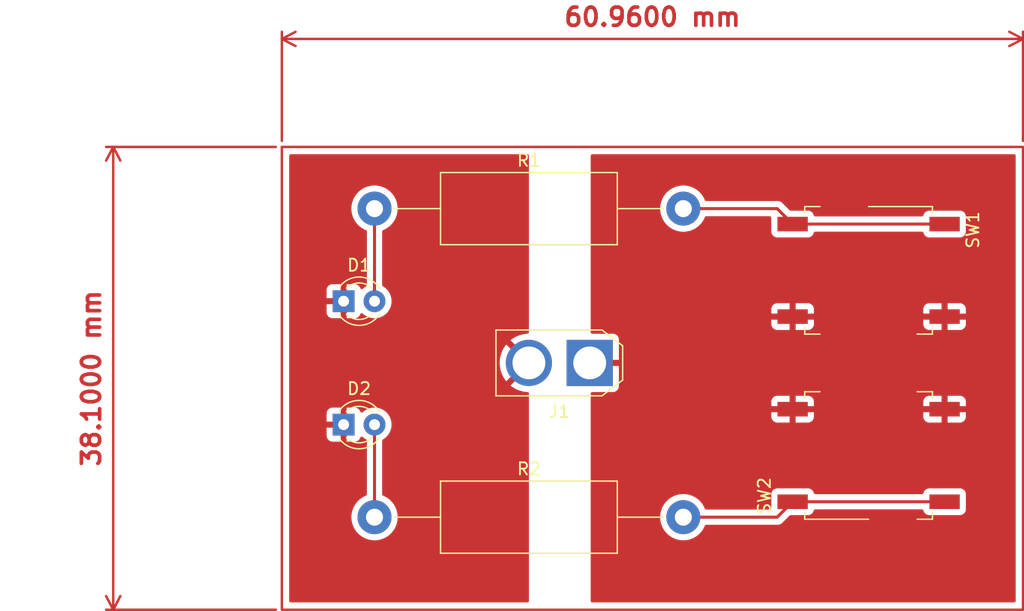
<source format=kicad_pcb>
(kicad_pcb (version 20221018) (generator pcbnew)
  (layers (0 "F.Cu" signal) (31 "B.Cu" signal) (34 "B.Paste" user) (35 "F.Paste" user) (36 "B.SilkS" user "B.Silkscreen") (37 "F.SilkS" user "F.Silkscreen") (38 "B.Mask" user) (39 "F.Mask" user) (44 "Edge.Cuts" user))
  (net 0 "")
  (net 1 "Net-(D1-A)")
  (net 2 "Net-(R1-Pad2)")
  (net 3 "Net-(D2-A)")
  (net 4 "Net-(R2-Pad2)")
  (net 5 "GND")
  (net 6 "+5V")
  (footprint "LED_THT:LED_D3.0mm" (layer "F.Cu") (at 87.53 97.79)
    (fp_text reference "D2" (at 1.27 -2.96) (layer "F.SilkS"))
    (fp_text value "LED" hide)
    (fp_line (start -0.29 -1.236) (end -0.29 -1.08) (stroke (width 0.12)) (layer "F.SilkS"))
    (fp_line (start -0.29 1.08) (end -0.29 1.236) (stroke (width 0.12)) (layer "F.SilkS"))
    (fp_arc (start -0.29 -1.235516) (mid 1.366487 -1.987659) (end 2.942335 -1.078608) (stroke (width 0.12)) (layer "F.SilkS"))
    (fp_arc (start 0.229039 -1.08) (mid 1.270117 -1.5) (end 2.31113 -1.079837) (stroke (width 0.12)) (layer "F.SilkS"))
    (fp_arc (start 2.31113 1.079837) (mid 1.270117 1.5) (end 0.229039 1.08) (stroke (width 0.12)) (layer "F.SilkS"))
    (fp_arc (start 2.942335 1.078608) (mid 1.366487 1.987659) (end -0.29 1.235516) (stroke (width 0.12)) (layer "F.SilkS"))
    (pad "1" thru_hole rect (at 0 0) (size 1.8 1.8) (drill 0.9) (layers "*.Cu" "*.Mask") (net 5 "GND"))
    (pad "2" thru_hole circle (at 2.54 0) (size 1.8 1.8) (drill 0.9) (layers "*.Cu" "*.Mask") (net 3 "Net-(D2-A)"))
  )
  (footprint "Connector_AMASS:AMASS_XT30U-M_1x02_P5.0mm_Vertical" (layer "F.Cu") (at 107.77 92.71 180)
    (fp_text reference "J1" (at 2.5 -4) (layer "F.SilkS"))
    (fp_text value "Conn_01x02_Pin" hide)
    (fp_line (start -2.71 -1.41) (end -2.71 1.41) (stroke (width 0.12)) (layer "F.SilkS"))
    (fp_line (start -2.71 -1.41) (end -1.01 -2.71) (stroke (width 0.12)) (layer "F.SilkS"))
    (fp_line (start -2.71 1.41) (end -1.01 2.71) (stroke (width 0.12)) (layer "F.SilkS"))
    (fp_line (start -1.01 -2.71) (end 7.71 -2.71) (stroke (width 0.12)) (layer "F.SilkS"))
    (fp_line (start -1.01 2.71) (end 7.71 2.71) (stroke (width 0.12)) (layer "F.SilkS"))
    (fp_line (start 7.71 -2.71) (end 7.71 2.71) (stroke (width 0.12)) (layer "F.SilkS"))
    (pad "1" thru_hole rect (at 0 0 180) (size 3.8 3.8) (drill 2.7) (layers "*.Cu" "*.Mask") (net 6 "+5V"))
    (pad "2" thru_hole circle (at 5 0 180) (size 3.8 3.8) (drill 2.7) (layers "*.Cu" "*.Mask") (net 5 "GND"))
  )
  (footprint "Resistor_THT:R_Axial_DIN0614_L14.3mm_D5.7mm_P25.40mm_Horizontal" (layer "F.Cu") (at 90.07 80.01)
    (fp_text reference "R1" (at 12.7 -3.97) (layer "F.SilkS"))
    (fp_text value "470")
    (fp_line (start 1.64 0) (end 5.43 0) (stroke (width 0.12)) (layer "F.SilkS"))
    (fp_line (start 5.43 -2.97) (end 5.43 2.97) (stroke (width 0.12)) (layer "F.SilkS"))
    (fp_line (start 5.43 2.97) (end 19.97 2.97) (stroke (width 0.12)) (layer "F.SilkS"))
    (fp_line (start 19.97 -2.97) (end 5.43 -2.97) (stroke (width 0.12)) (layer "F.SilkS"))
    (fp_line (start 19.97 2.97) (end 19.97 -2.97) (stroke (width 0.12)) (layer "F.SilkS"))
    (fp_line (start 23.76 0) (end 19.97 0) (stroke (width 0.12)) (layer "F.SilkS"))
    (pad "1" thru_hole circle (at 0 0) (size 2.8 2.8) (drill 1.4) (layers "*.Cu" "*.Mask") (net 1 "Net-(D1-A)"))
    (pad "2" thru_hole oval (at 25.4 0) (size 2.8 2.8) (drill 1.4) (layers "*.Cu" "*.Mask") (net 2 "Net-(R1-Pad2)"))
  )
  (footprint "Button_Switch_SMD:SW_MEC_5GSH9" (layer "F.Cu") (at 130.71 85.09 -90)
    (fp_text reference "SW1" (at -3.325 -8.575 90) (layer "F.SilkS"))
    (fp_text value "SW_MEC_5G")
    (fp_line (start -5.25 -5.25) (end -5.25 0) (stroke (width 0.12)) (layer "F.SilkS"))
    (fp_line (start -5.25 5.25) (end -5.25 4) (stroke (width 0.12)) (layer "F.SilkS"))
    (fp_line (start -4.7 -5.25) (end -5.25 -5.25) (stroke (width 0.12)) (layer "F.SilkS"))
    (fp_line (start -4.7 5.25) (end -5.25 5.25) (stroke (width 0.12)) (layer "F.SilkS"))
    (fp_line (start 4.7 -5.25) (end 5.25 -5.25) (stroke (width 0.12)) (layer "F.SilkS"))
    (fp_line (start 4.7 5.25) (end 5.25 5.25) (stroke (width 0.12)) (layer "F.SilkS"))
    (fp_line (start 5.25 -5.25) (end 5.25 -4) (stroke (width 0.12)) (layer "F.SilkS"))
    (fp_line (start 5.25 5.25) (end 5.25 4) (stroke (width 0.12)) (layer "F.SilkS"))
    (pad "1" smd rect (at -3.81 -6.25) (size 2.5 1.2) (layers "F.Cu" "F.Paste" "F.Mask") (net 2 "Net-(R1-Pad2)"))
    (pad "2" smd rect (at -3.81 6.25) (size 2.5 1.2) (layers "F.Cu" "F.Paste" "F.Mask") (net 2 "Net-(R1-Pad2)"))
    (pad "3" smd rect (at 3.81 -6.25) (size 2.5 1.2) (layers "F.Cu" "F.Paste" "F.Mask") (net 6 "+5V"))
    (pad "4" smd rect (at 3.81 6.25) (size 2.5 1.2) (layers "F.Cu" "F.Paste" "F.Mask") (net 6 "+5V"))
  )
  (footprint "Button_Switch_SMD:SW_MEC_5GSH9" (layer "F.Cu") (at 130.71 100.33 90)
    (fp_text reference "SW2" (at -3.325 -8.575 90) (layer "F.SilkS"))
    (fp_text value "SW_MEC_5G")
    (fp_line (start -5.25 -5.25) (end -5.25 0) (stroke (width 0.12)) (layer "F.SilkS"))
    (fp_line (start -5.25 5.25) (end -5.25 4) (stroke (width 0.12)) (layer "F.SilkS"))
    (fp_line (start -4.7 -5.25) (end -5.25 -5.25) (stroke (width 0.12)) (layer "F.SilkS"))
    (fp_line (start -4.7 5.25) (end -5.25 5.25) (stroke (width 0.12)) (layer "F.SilkS"))
    (fp_line (start 4.7 -5.25) (end 5.25 -5.25) (stroke (width 0.12)) (layer "F.SilkS"))
    (fp_line (start 4.7 5.25) (end 5.25 5.25) (stroke (width 0.12)) (layer "F.SilkS"))
    (fp_line (start 5.25 -5.25) (end 5.25 -4) (stroke (width 0.12)) (layer "F.SilkS"))
    (fp_line (start 5.25 5.25) (end 5.25 4) (stroke (width 0.12)) (layer "F.SilkS"))
    (pad "1" smd rect (at -3.81 -6.25 180) (size 2.5 1.2) (layers "F.Cu" "F.Paste" "F.Mask") (net 4 "Net-(R2-Pad2)"))
    (pad "2" smd rect (at -3.81 6.25 180) (size 2.5 1.2) (layers "F.Cu" "F.Paste" "F.Mask") (net 4 "Net-(R2-Pad2)"))
    (pad "3" smd rect (at 3.81 -6.25 180) (size 2.5 1.2) (layers "F.Cu" "F.Paste" "F.Mask") (net 6 "+5V"))
    (pad "4" smd rect (at 3.81 6.25 180) (size 2.5 1.2) (layers "F.Cu" "F.Paste" "F.Mask") (net 6 "+5V"))
  )
  (footprint "Resistor_THT:R_Axial_DIN0614_L14.3mm_D5.7mm_P25.40mm_Horizontal" (layer "F.Cu") (at 90.07 105.41)
    (fp_text reference "R2" (at 12.7 -3.97) (layer "F.SilkS"))
    (fp_text value "470")
    (fp_line (start 1.64 0) (end 5.43 0) (stroke (width 0.12)) (layer "F.SilkS"))
    (fp_line (start 5.43 -2.97) (end 5.43 2.97) (stroke (width 0.12)) (layer "F.SilkS"))
    (fp_line (start 5.43 2.97) (end 19.97 2.97) (stroke (width 0.12)) (layer "F.SilkS"))
    (fp_line (start 19.97 -2.97) (end 5.43 -2.97) (stroke (width 0.12)) (layer "F.SilkS"))
    (fp_line (start 19.97 2.97) (end 19.97 -2.97) (stroke (width 0.12)) (layer "F.SilkS"))
    (fp_line (start 23.76 0) (end 19.97 0) (stroke (width 0.12)) (layer "F.SilkS"))
    (pad "1" thru_hole circle (at 0 0) (size 2.8 2.8) (drill 1.4) (layers "*.Cu" "*.Mask") (net 3 "Net-(D2-A)"))
    (pad "2" thru_hole oval (at 25.4 0) (size 2.8 2.8) (drill 1.4) (layers "*.Cu" "*.Mask") (net 4 "Net-(R2-Pad2)"))
  )
  (footprint "LED_THT:LED_D3.0mm" (layer "F.Cu") (at 87.53 87.63)
    (fp_text reference "D1" (at 1.27 -2.96) (layer "F.SilkS"))
    (fp_text value "LED" hide)
    (fp_line (start -0.29 -1.236) (end -0.29 -1.08) (stroke (width 0.12)) (layer "F.SilkS"))
    (fp_line (start -0.29 1.08) (end -0.29 1.236) (stroke (width 0.12)) (layer "F.SilkS"))
    (fp_arc (start -0.29 -1.235516) (mid 1.366487 -1.987659) (end 2.942335 -1.078608) (stroke (width 0.12)) (layer "F.SilkS"))
    (fp_arc (start 0.229039 -1.08) (mid 1.270117 -1.5) (end 2.31113 -1.079837) (stroke (width 0.12)) (layer "F.SilkS"))
    (fp_arc (start 2.31113 1.079837) (mid 1.270117 1.5) (end 0.229039 1.08) (stroke (width 0.12)) (layer "F.SilkS"))
    (fp_arc (start 2.942335 1.078608) (mid 1.366487 1.987659) (end -0.29 1.235516) (stroke (width 0.12)) (layer "F.SilkS"))
    (pad "1" thru_hole rect (at 0 0) (size 1.8 1.8) (drill 0.9) (layers "*.Cu" "*.Mask") (net 5 "GND"))
    (pad "2" thru_hole circle (at 2.54 0) (size 1.8 1.8) (drill 0.9) (layers "*.Cu" "*.Mask") (net 1 "Net-(D1-A)"))
  )
  (gr_rect (start 82.45 74.93) (end 143.41 113.03) (stroke (width 0.2)) (fill none) (layer "F.Cu"))
  (dimension (type aligned) (layer "F.Cu") (pts (xy 82.45 74.93) (xy 82.45 113.03)) (height 13.869999) (gr_text "38.1000 mm" (at 66.780001 93.98 90) (layer "F.Cu") (effects (font (size 1.5 1.5) (thickness 0.3)))) (format (prefix "") (suffix "") (units 3) (units_format 1) (precision 4)) (style (thickness 0.2) (arrow_length 1.27) (text_position_mode 0) (extension_height 0.58642) (extension_offset 0.5) keep_text_aligned))
  (dimension (type aligned) (layer "F.Cu") (pts (xy 82.45 74.93) (xy 143.41 74.93)) (height -8.89) (gr_text "60.9600 mm" (at 112.93 64.24) (layer "F.Cu") (effects (font (size 1.5 1.5) (thickness 0.3)))) (format (prefix "") (suffix "") (units 3) (units_format 1) (precision 4)) (style (thickness 0.2) (arrow_length 1.27) (text_position_mode 0) (extension_height 0.58642) (extension_offset 0.5) keep_text_aligned))
  (segment (start 90.07 87.63) (end 90.07 80.01) (width 0.25) (layer "F.Cu") (net 1))
  (segment (start 124.46 81.28) (end 136.96 81.28) (width 0.25) (layer "F.Cu") (net 2))
  (segment (start 123.19 80.01) (end 124.46 81.28) (width 0.25) (layer "F.Cu") (net 2))
  (segment (start 115.47 80.01) (end 123.19 80.01) (width 0.25) (layer "F.Cu") (net 2))
  (segment (start 90.07 105.41) (end 90.07 97.79) (width 0.25) (layer "F.Cu") (net 3))
  (segment (start 115.47 105.41) (end 123.19 105.41) (width 0.25) (layer "F.Cu") (net 4))
  (segment (start 123.19 105.41) (end 124.46 104.14) (width 0.25) (layer "F.Cu") (net 4))
  (segment (start 124.46 104.14) (end 136.96 104.14) (width 0.25) (layer "F.Cu") (net 4))
  (zone (net 5) (net_name "GND") (layer "F.Cu") (connect_pads (clearance 0.5)) (min_thickness 0.25) (fill yes (thermal_gap 0.5) (thermal_bridge_width 0.5))
    (polygon (pts (xy 102.77 113.03) (xy 102.77 74.93) (xy 82.45 74.93) (xy 82.45 113.03)))
  )
  (zone (net 6) (net_name "+5V") (layer "F.Cu") (priority 1) (connect_pads (clearance 0.5)) (min_thickness 0.25) (fill yes (thermal_gap 0.5) (thermal_bridge_width 0.5))
    (polygon (pts (xy 107.85 74.93) (xy 107.85 113.03) (xy 143.41 113.03) (xy 143.41 74.93)))
  )
)
</source>
